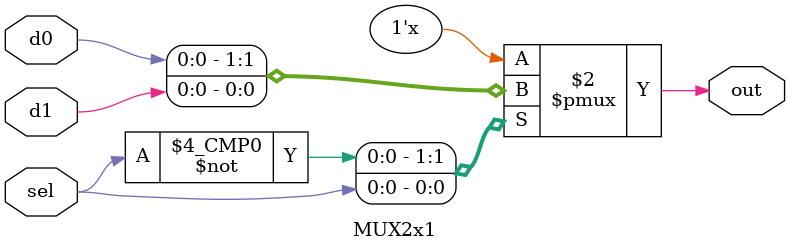
<source format=v>
`timescale 1ns / 1ps


module MUX2x1 (
    input sel, // Selection input
    input d0,        // Data input 0
    input d1,        // Data input 1
    output reg out   // Output
);

    always @(*)
    begin
        case (sel)
            1'b0: out = d0;  // If sel is 00, output is d0
            1'b1: out = d1;  // If sel is 01, output is d1
            default: out = 1'b0; // Default case
        endcase
    end

endmodule

</source>
